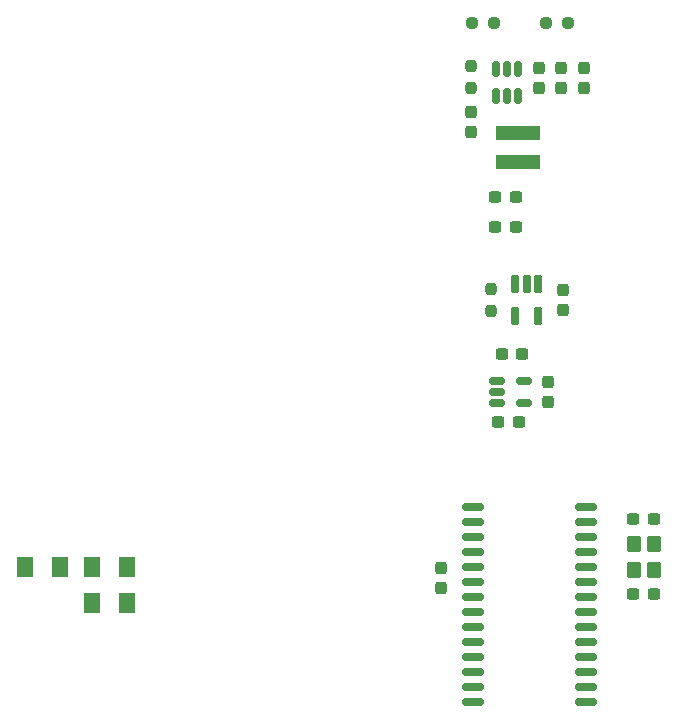
<source format=gtp>
G04 #@! TF.GenerationSoftware,KiCad,Pcbnew,9.0.6*
G04 #@! TF.CreationDate,2026-01-15T23:38:00-05:00*
G04 #@! TF.ProjectId,telemetry_transmitter,74656c65-6d65-4747-9279-5f7472616e73,rev?*
G04 #@! TF.SameCoordinates,Original*
G04 #@! TF.FileFunction,Paste,Top*
G04 #@! TF.FilePolarity,Positive*
%FSLAX46Y46*%
G04 Gerber Fmt 4.6, Leading zero omitted, Abs format (unit mm)*
G04 Created by KiCad (PCBNEW 9.0.6) date 2026-01-15 23:38:00*
%MOMM*%
%LPD*%
G01*
G04 APERTURE LIST*
G04 Aperture macros list*
%AMRoundRect*
0 Rectangle with rounded corners*
0 $1 Rounding radius*
0 $2 $3 $4 $5 $6 $7 $8 $9 X,Y pos of 4 corners*
0 Add a 4 corners polygon primitive as box body*
4,1,4,$2,$3,$4,$5,$6,$7,$8,$9,$2,$3,0*
0 Add four circle primitives for the rounded corners*
1,1,$1+$1,$2,$3*
1,1,$1+$1,$4,$5*
1,1,$1+$1,$6,$7*
1,1,$1+$1,$8,$9*
0 Add four rect primitives between the rounded corners*
20,1,$1+$1,$2,$3,$4,$5,0*
20,1,$1+$1,$4,$5,$6,$7,0*
20,1,$1+$1,$6,$7,$8,$9,0*
20,1,$1+$1,$8,$9,$2,$3,0*%
G04 Aperture macros list end*
%ADD10RoundRect,0.237500X-0.237500X0.300000X-0.237500X-0.300000X0.237500X-0.300000X0.237500X0.300000X0*%
%ADD11RoundRect,0.237500X0.250000X0.237500X-0.250000X0.237500X-0.250000X-0.237500X0.250000X-0.237500X0*%
%ADD12RoundRect,0.237500X-0.300000X-0.237500X0.300000X-0.237500X0.300000X0.237500X-0.300000X0.237500X0*%
%ADD13RoundRect,0.237500X0.237500X-0.300000X0.237500X0.300000X-0.237500X0.300000X-0.237500X-0.300000X0*%
%ADD14RoundRect,0.162500X-0.162500X0.617500X-0.162500X-0.617500X0.162500X-0.617500X0.162500X0.617500X0*%
%ADD15RoundRect,0.250001X-0.462499X-0.624999X0.462499X-0.624999X0.462499X0.624999X-0.462499X0.624999X0*%
%ADD16R,3.800000X1.200000*%
%ADD17RoundRect,0.237500X0.300000X0.237500X-0.300000X0.237500X-0.300000X-0.237500X0.300000X-0.237500X0*%
%ADD18RoundRect,0.237500X-0.237500X0.250000X-0.237500X-0.250000X0.237500X-0.250000X0.237500X0.250000X0*%
%ADD19RoundRect,0.150000X0.150000X-0.512500X0.150000X0.512500X-0.150000X0.512500X-0.150000X-0.512500X0*%
%ADD20RoundRect,0.150000X-0.512500X-0.150000X0.512500X-0.150000X0.512500X0.150000X-0.512500X0.150000X0*%
%ADD21RoundRect,0.237500X0.237500X-0.250000X0.237500X0.250000X-0.237500X0.250000X-0.237500X-0.250000X0*%
%ADD22RoundRect,0.150000X0.750000X0.150000X-0.750000X0.150000X-0.750000X-0.150000X0.750000X-0.150000X0*%
%ADD23RoundRect,0.250000X0.350000X-0.450000X0.350000X0.450000X-0.350000X0.450000X-0.350000X-0.450000X0*%
G04 APERTURE END LIST*
D10*
G04 #@! TO.C,C9*
X148513800Y-82500300D03*
X148513800Y-84225300D03*
G04 #@! TD*
D11*
G04 #@! TO.C,R10*
X156690700Y-74980800D03*
X154865700Y-74980800D03*
G04 #@! TD*
D12*
G04 #@! TO.C,C1*
X162256300Y-123367800D03*
X163981300Y-123367800D03*
G04 #@! TD*
D13*
G04 #@! TO.C,C6*
X158038800Y-80542300D03*
X158038800Y-78817300D03*
G04 #@! TD*
D14*
G04 #@! TO.C,U4*
X154162800Y-97125800D03*
X153212800Y-97125800D03*
X152262800Y-97125800D03*
X152262800Y-99825800D03*
X154162800Y-99825800D03*
G04 #@! TD*
D15*
G04 #@! TO.C,D1*
X110704300Y-121081800D03*
X113679300Y-121081800D03*
G04 #@! TD*
D16*
G04 #@! TO.C,L1*
X152450800Y-84296800D03*
X152450800Y-86746800D03*
G04 #@! TD*
D10*
G04 #@! TO.C,C14*
X154990800Y-105360300D03*
X154990800Y-107085300D03*
G04 #@! TD*
D12*
G04 #@! TO.C,C2*
X162256300Y-117017800D03*
X163981300Y-117017800D03*
G04 #@! TD*
D13*
G04 #@! TO.C,C8*
X154228800Y-80542300D03*
X154228800Y-78817300D03*
G04 #@! TD*
D17*
G04 #@! TO.C,C12*
X152551300Y-108762800D03*
X150826300Y-108762800D03*
G04 #@! TD*
D18*
G04 #@! TO.C,R9*
X148513800Y-78640300D03*
X148513800Y-80465300D03*
G04 #@! TD*
D12*
G04 #@! TO.C,C15*
X151091300Y-103050800D03*
X152816300Y-103050800D03*
G04 #@! TD*
D13*
G04 #@! TO.C,C3*
X145973800Y-122833300D03*
X145973800Y-121108300D03*
G04 #@! TD*
D15*
G04 #@! TO.C,D2*
X116419300Y-121081800D03*
X119394300Y-121081800D03*
G04 #@! TD*
D19*
G04 #@! TO.C,U3*
X150611800Y-81198300D03*
X151561800Y-81198300D03*
X152511800Y-81198300D03*
X152511800Y-78923300D03*
X151561800Y-78923300D03*
X150611800Y-78923300D03*
G04 #@! TD*
D20*
G04 #@! TO.C,U5*
X150678300Y-105272800D03*
X150678300Y-106222800D03*
X150678300Y-107172800D03*
X152953300Y-107172800D03*
X152953300Y-105272800D03*
G04 #@! TD*
D11*
G04 #@! TO.C,R11*
X150442300Y-74980800D03*
X148617300Y-74980800D03*
G04 #@! TD*
D15*
G04 #@! TO.C,D3*
X116419300Y-124129800D03*
X119394300Y-124129800D03*
G04 #@! TD*
D17*
G04 #@! TO.C,C10*
X152297300Y-92252800D03*
X150572300Y-92252800D03*
G04 #@! TD*
D21*
G04 #@! TO.C,R12*
X150164800Y-99388300D03*
X150164800Y-97563300D03*
G04 #@! TD*
D10*
G04 #@! TO.C,C13*
X156260800Y-97613300D03*
X156260800Y-99338300D03*
G04 #@! TD*
D22*
G04 #@! TO.C,U1*
X158266800Y-132511800D03*
X158266800Y-131241800D03*
X158266800Y-129971800D03*
X158266800Y-128701800D03*
X158266800Y-127431800D03*
X158266800Y-126161800D03*
X158266800Y-124891800D03*
X158266800Y-123621800D03*
X158266800Y-122351800D03*
X158266800Y-121081800D03*
X158266800Y-119811800D03*
X158266800Y-118541800D03*
X158266800Y-117271800D03*
X158266800Y-116001800D03*
X148666800Y-116001800D03*
X148666800Y-117271800D03*
X148666800Y-118541800D03*
X148666800Y-119811800D03*
X148666800Y-121081800D03*
X148666800Y-122351800D03*
X148666800Y-123621800D03*
X148666800Y-124891800D03*
X148666800Y-126161800D03*
X148666800Y-127431800D03*
X148666800Y-128701800D03*
X148666800Y-129971800D03*
X148666800Y-131241800D03*
X148666800Y-132511800D03*
G04 #@! TD*
D17*
G04 #@! TO.C,C11*
X152297300Y-89712800D03*
X150572300Y-89712800D03*
G04 #@! TD*
D13*
G04 #@! TO.C,C7*
X156133800Y-80542300D03*
X156133800Y-78817300D03*
G04 #@! TD*
D23*
G04 #@! TO.C,Y1*
X163968800Y-121292800D03*
X163968800Y-119092800D03*
X162268800Y-119092800D03*
X162268800Y-121292800D03*
G04 #@! TD*
M02*

</source>
